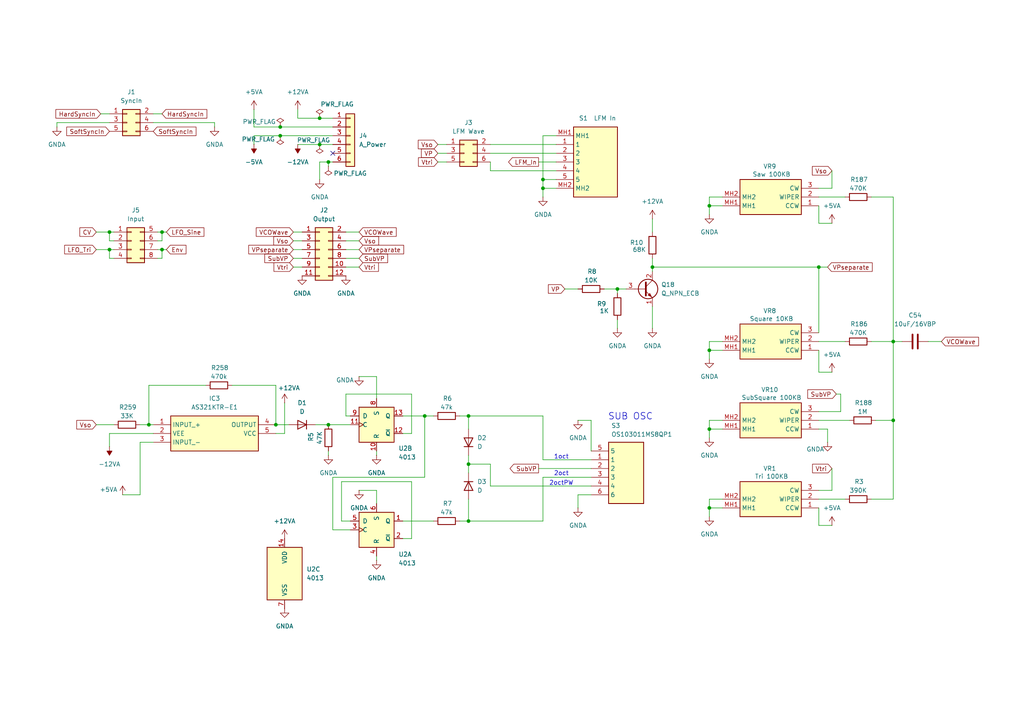
<source format=kicad_sch>
(kicad_sch (version 20250114) (generator "eeschema") (generator_version "9.0")
  (paper "A4")
  (lib_symbols
    (symbol "4xxx:4013" (pin_names (offset 1.016))
      (property "Reference" "U" (at -7.62 8.89 0))
      (property "Value" "4013" (at -7.62 -8.89 0))
      (symbol "4013_1_1"
        (pin input line (at -7.62 2.54 0) (length 2.54) (name "D") (number "5"))
        (pin input clock (at -7.62 0 0) (length 2.54) (name "C") (number "3"))
        (pin input line (at 0 7.62 270) (length 2.54) (name "S") (number "6"))
        (pin input line (at 0 -7.62 90) (length 2.54) (name "R") (number "4"))
        (pin output line (at 7.62 2.54 180) (length 2.54) (name "Q") (number "1"))
        (pin output line (at 7.62 -2.54 180) (length 2.54) (name "~{Q}") (number "2"))
      )
      (symbol "4013_2_1"
        (pin input line (at -7.62 2.54 0) (length 2.54) (name "D") (number "9"))
        (pin input clock (at -7.62 0 0) (length 2.54) (name "C") (number "11"))
        (pin input line (at 0 7.62 270) (length 2.54) (name "S") (number "8"))
        (pin input line (at 0 -7.62 90) (length 2.54) (name "R") (number "10"))
        (pin output line (at 7.62 2.54 180) (length 2.54) (name "Q") (number "13"))
        (pin output line (at 7.62 -2.54 180) (length 2.54) (name "~{Q}") (number "12"))
      )
      (symbol "4013_3_0"
        (pin power_in line (at 0 10.16 270) (length 2.54) (name "VDD") (number "14"))
        (pin power_in line (at 0 -10.16 90) (length 2.54) (name "VSS") (number "7"))
      )
    )
    (symbol "Connector_Generic:Conn_01x06" (pin_names (offset 1.016) (hide yes))
      (property "Reference" "J" (at 0 7.62 0))
      (property "Value" "Conn_01x06" (at 0 -10.16 0))
      (symbol "Conn_01x06_1_1"
        (pin passive line (at -5.08 5.08 0) (length 3.81) (name "Pin_1") (number "1"))
        (pin passive line (at -5.08 2.54 0) (length 3.81) (name "Pin_2") (number "2"))
        (pin passive line (at -5.08 0 0) (length 3.81) (name "Pin_3") (number "3"))
        (pin passive line (at -5.08 -2.54 0) (length 3.81) (name "Pin_4") (number "4"))
        (pin passive line (at -5.08 -5.08 0) (length 3.81) (name "Pin_5") (number "5"))
        (pin passive line (at -5.08 -7.62 0) (length 3.81) (name "Pin_6") (number "6"))
      )
    )
    (symbol "Connector_Generic:Conn_02x03_Odd_Even" (pin_names (offset 1.016) (hide yes))
      (property "Reference" "J" (at 1.27 5.08 0))
      (property "Value" "Conn_02x03_Odd_Even" (at 1.27 -5.08 0))
      (symbol "Conn_02x03_Odd_Even_1_1"
        (pin passive line (at -5.08 2.54 0) (length 3.81) (name "Pin_1") (number "1"))
        (pin passive line (at -5.08 0 0) (length 3.81) (name "Pin_3") (number "3"))
        (pin passive line (at -5.08 -2.54 0) (length 3.81) (name "Pin_5") (number "5"))
        (pin passive line (at 7.62 2.54 180) (length 3.81) (name "Pin_2") (number "2"))
        (pin passive line (at 7.62 0 180) (length 3.81) (name "Pin_4") (number "4"))
        (pin passive line (at 7.62 -2.54 180) (length 3.81) (name "Pin_6") (number "6"))
      )
    )
    (symbol "Connector_Generic:Conn_02x04_Top_Bottom" (pin_names (offset 1.016) (hide yes))
      (property "Reference" "J" (at 1.27 5.08 0))
      (property "Value" "Conn_02x04_Top_Bottom" (at 1.27 -7.62 0))
      (symbol "Conn_02x04_Top_Bottom_1_1"
        (pin passive line (at -5.08 2.54 0) (length 3.81) (name "Pin_1") (number "1"))
        (pin passive line (at -5.08 0 0) (length 3.81) (name "Pin_2") (number "2"))
        (pin passive line (at -5.08 -2.54 0) (length 3.81) (name "Pin_3") (number "3"))
        (pin passive line (at -5.08 -5.08 0) (length 3.81) (name "Pin_4") (number "4"))
        (pin passive line (at 7.62 2.54 180) (length 3.81) (name "Pin_5") (number "5"))
        (pin passive line (at 7.62 0 180) (length 3.81) (name "Pin_6") (number "6"))
        (pin passive line (at 7.62 -2.54 180) (length 3.81) (name "Pin_7") (number "7"))
        (pin passive line (at 7.62 -5.08 180) (length 3.81) (name "Pin_8") (number "8"))
      )
    )
    (symbol "Connector_Generic:Conn_02x06_Odd_Even" (pin_names (offset 1.016) (hide yes))
      (property "Reference" "J" (at 1.27 7.62 0))
      (property "Value" "Conn_02x06_Odd_Even" (at 1.27 -10.16 0))
      (symbol "Conn_02x06_Odd_Even_1_1"
        (pin passive line (at -5.08 5.08 0) (length 3.81) (name "Pin_1") (number "1"))
        (pin passive line (at -5.08 2.54 0) (length 3.81) (name "Pin_3") (number "3"))
        (pin passive line (at -5.08 0 0) (length 3.81) (name "Pin_5") (number "5"))
        (pin passive line (at -5.08 -2.54 0) (length 3.81) (name "Pin_7") (number "7"))
        (pin passive line (at -5.08 -5.08 0) (length 3.81) (name "Pin_9") (number "9"))
        (pin passive line (at -5.08 -7.62 0) (length 3.81) (name "Pin_11") (number "11"))
        (pin passive line (at 7.62 5.08 180) (length 3.81) (name "Pin_2") (number "2"))
        (pin passive line (at 7.62 2.54 180) (length 3.81) (name "Pin_4") (number "4"))
        (pin passive line (at 7.62 0 180) (length 3.81) (name "Pin_6") (number "6"))
        (pin passive line (at 7.62 -2.54 180) (length 3.81) (name "Pin_8") (number "8"))
        (pin passive line (at 7.62 -5.08 180) (length 3.81) (name "Pin_10") (number "10"))
        (pin passive line (at 7.62 -7.62 180) (length 3.81) (name "Pin_12") (number "12"))
      )
    )
    (symbol "Device:C" (pin_numbers (hide yes)) (pin_names (offset 0.254))
      (property "Reference" "C" (at 0.635 2.54 0))
      (property "Value" "C" (at 0.635 -2.54 0))
      (symbol "C_1_1"
        (pin passive line (at 0 3.81 270) (length 2.794) (name "~") (number "1"))
        (pin passive line (at 0 -3.81 90) (length 2.794) (name "~") (number "2"))
      )
    )
    (symbol "Device:D" (pin_numbers (hide yes)) (pin_names (offset 1.016) (hide yes))
      (property "Reference" "D" (at 0 2.54 0))
      (property "Value" "D" (at 0 -2.54 0))
      (symbol "D_1_1"
        (pin passive line (at -3.81 0 0) (length 2.54) (name "K") (number "1"))
        (pin passive line (at 3.81 0 180) (length 2.54) (name "A") (number "2"))
      )
    )
    (symbol "Device:R" (pin_numbers (hide yes)) (pin_names (offset 0))
      (property "Reference" "R" (at 2.032 0 90))
      (property "Value" "R" (at 0 0 90))
      (symbol "R_1_1"
        (pin passive line (at 0 3.81 270) (length 1.27) (name "~") (number "1"))
        (pin passive line (at 0 -3.81 90) (length 1.27) (name "~") (number "2"))
      )
    )
    (symbol "SamacSys_Parts:AS321KTR-E1"
      (property "Reference" "D" (at 31.75 7.62 0))
      (property "Value" "AS321KTR-E1" (at 31.75 5.08 0))
      (symbol "AS321KTR-E1_1_1"
        (pin passive line (at 0 0 0) (length 5.08) (name "INPUT_+") (number "1"))
        (pin passive line (at 0 -2.54 0) (length 5.08) (name "VEE") (number "2"))
        (pin passive line (at 0 -5.08 0) (length 5.08) (name "INPUT_-") (number "3"))
        (pin passive line (at 35.56 0 180) (length 5.08) (name "OUTPUT") (number "4"))
        (pin passive line (at 35.56 -2.54 180) (length 5.08) (name "VCC") (number "5"))
      )
    )
    (symbol "SamacSys_Parts:OS103011MS8QP1"
      (property "Reference" "S" (at 16.51 7.62 0))
      (property "Value" "OS103011MS8QP1" (at 16.51 5.08 0))
      (symbol "OS103011MS8QP1_1_1"
        (pin passive line (at 0 0 0) (length 5.08) (name "5") (number "5"))
        (pin passive line (at 0 -2.54 0) (length 5.08) (name "1") (number "1"))
        (pin passive line (at 0 -5.08 0) (length 5.08) (name "2") (number "2"))
        (pin passive line (at 0 -7.62 0) (length 5.08) (name "3") (number "3"))
        (pin passive line (at 0 -10.16 0) (length 5.08) (name "4") (number "4"))
        (pin passive line (at 0 -12.7 0) (length 5.08) (name "6") (number "6"))
      )
    )
    (symbol "SamacSys_Parts:RK09D117000B"
      (property "Reference" "VR" (at 24.13 7.62 0))
      (property "Value" "RK09D117000B" (at 24.13 5.08 0))
      (symbol "RK09D117000B_1_1"
        (pin passive line (at 0 0 0) (length 5.08) (name "CCW") (number "1"))
        (pin passive line (at 0 -2.54 0) (length 5.08) (name "WIPER") (number "2"))
        (pin passive line (at 0 -5.08 0) (length 5.08) (name "CW") (number "3"))
        (pin passive line (at 27.94 0 180) (length 5.08) (name "MH1") (number "MH1"))
        (pin passive line (at 27.94 -2.54 180) (length 5.08) (name "MH2") (number "MH2"))
      )
    )
    (symbol "SamacSys_Parts:SS14D0839VG5PA"
      (property "Reference" "S" (at 19.05 7.62 0))
      (property "Value" "SS14D0839VG5PA" (at 19.05 5.08 0))
      (symbol "SS14D0839VG5PA_1_1"
        (pin passive line (at 0 0 0) (length 5.08) (name "MH1") (number "MH1"))
        (pin passive line (at 0 -2.54 0) (length 5.08) (name "1") (number "1"))
        (pin passive line (at 0 -5.08 0) (length 5.08) (name "2") (number "2"))
        (pin passive line (at 0 -7.62 0) (length 5.08) (name "3") (number "3"))
        (pin passive line (at 0 -10.16 0) (length 5.08) (name "4") (number "4"))
        (pin passive line (at 0 -12.7 0) (length 5.08) (name "5") (number "5"))
        (pin passive line (at 0 -15.24 0) (length 5.08) (name "MH2") (number "MH2"))
      )
    )
    (symbol "Transistor_BJT:Q_NPN_ECB" (pin_names (offset 0) (hide yes))
      (property "Reference" "Q" (at 5.08 1.27 0))
      (property "Value" "Q_NPN_ECB" (at 5.08 -1.27 0))
      (symbol "Q_NPN_ECB_1_1"
        (pin input line (at -5.08 0 0) (length 2.54) (name "B") (number "3"))
        (pin passive line (at 2.54 5.08 270) (length 2.54) (name "C") (number "2"))
        (pin passive line (at 2.54 -5.08 90) (length 2.54) (name "E") (number "1"))
      )
    )
    (symbol "power:+12VA" (power) (pin_numbers (hide yes)) (pin_names (offset 0) (hide yes))
      (property "Value" "+12VA" (at 0 3.556 0))
      (symbol "+12VA_1_1"
        (pin power_in line (at 0 0 90) (length 0) (name "~") (number "1"))
      )
    )
    (symbol "power:+5VA" (power) (pin_numbers (hide yes)) (pin_names (offset 0) (hide yes))
      (property "Value" "+5VA" (at 0 3.556 0))
      (symbol "+5VA_1_1"
        (pin power_in line (at 0 0 90) (length 0) (name "~") (number "1"))
      )
    )
    (symbol "power:-12VA" (power) (pin_numbers (hide yes)) (pin_names (offset 0) (hide yes))
      (property "Value" "-12VA" (at 0 3.556 0))
      (symbol "-12VA_0_0"
        (pin power_in line (at 0 0 90) (length 0) (name "~") (number "1"))
      )
    )
    (symbol "power:-5VA" (power) (pin_numbers (hide yes)) (pin_names (offset 0) (hide yes))
      (property "Value" "-5VA" (at 0 3.556 0))
      (symbol "-5VA_0_0"
        (pin power_in line (at 0 0 90) (length 0) (name "~") (number "1"))
      )
    )
    (symbol "power:GNDA" (power) (pin_numbers (hide yes)) (pin_names (offset 0) (hide yes))
      (property "Value" "GNDA" (at 0 -3.81 0))
      (symbol "GNDA_1_1"
        (pin power_in line (at 0 0 270) (length 0) (name "~") (number "1"))
      )
    )
    (symbol "power:PWR_FLAG" (power) (pin_numbers (hide yes)) (pin_names (offset 0) (hide yes))
      (property "Value" "PWR_FLAG" (at 0 3.81 0))
      (symbol "PWR_FLAG_0_0"
        (pin power_out line (at 0 0 90) (length 0) (name "~") (number "1"))
      )
    )
  )
  (text "1oct" (at 162.814 132.588 0) (effects (font (size 1.27 1.27))))
  (text "2octPW" (at 162.814 140.208 0) (effects (font (size 1.27 1.27))))
  (text "SUB OSC" (at 182.88 120.904 0) (effects (font (size 1.905 1.905))))
  (text "2oct" (at 162.814 137.414 0) (effects (font (size 1.27 1.27))))
  (junction (at 135.89 134.62))
  (junction (at 205.74 124.46))
  (junction (at 46.99 67.31))
  (junction (at 259.08 121.92))
  (junction (at 135.89 120.65))
  (junction (at 92.71 34.29))
  (junction (at 95.25 123.19))
  (junction (at 205.74 101.6))
  (junction (at 157.48 52.07))
  (junction (at 81.28 39.37))
  (junction (at 205.74 59.69))
  (junction (at 43.18 123.19))
  (junction (at 189.23 77.47))
  (junction (at 31.75 67.31))
  (junction (at 135.89 151.13))
  (junction (at 95.25 46.99))
  (junction (at 179.07 83.82))
  (junction (at 205.74 147.32))
  (junction (at 157.48 54.61))
  (junction (at 80.01 123.19))
  (junction (at 31.75 72.39))
  (junction (at 81.28 36.83))
  (junction (at 259.08 99.06))
  (junction (at 123.19 120.65))
  (junction (at 237.49 77.47))
  (junction (at 92.71 41.91))
  (junction (at 46.99 72.39))
  (no_connect (at 96.52 44.45))
  (wire (pts (xy 92.71 41.91) (xy 96.52 41.91)))
  (wire (pts (xy 27.94 72.39) (xy 31.75 72.39)))
  (wire (pts (xy 135.89 120.65) (xy 135.89 124.46)))
  (wire (pts (xy 85.09 67.31) (xy 87.63 67.31)))
  (wire (pts (xy 209.55 144.78) (xy 205.74 144.78)))
  (wire (pts (xy 167.64 143.51) (xy 167.64 147.32)))
  (wire (pts (xy 142.24 140.97) (xy 142.24 134.62)))
  (wire (pts (xy 104.14 74.93) (xy 100.33 74.93)))
  (wire (pts (xy 85.09 69.85) (xy 87.63 69.85)))
  (wire (pts (xy 96.52 34.29) (xy 92.71 34.29)))
  (wire (pts (xy 46.99 33.02) (xy 44.45 33.02)))
  (wire (pts (xy 99.06 139.7) (xy 99.06 151.13)))
  (wire (pts (xy 40.64 128.27) (xy 44.45 128.27)))
  (wire (pts (xy 31.75 35.56) (xy 16.51 35.56)))
  (wire (pts (xy 205.74 99.06) (xy 205.74 101.6)))
  (wire (pts (xy 45.72 69.85) (xy 46.99 69.85)))
  (wire (pts (xy 46.99 69.85) (xy 46.99 67.31)))
  (wire (pts (xy 237.49 152.4) (xy 237.49 147.32)))
  (wire (pts (xy 119.38 156.21) (xy 119.38 139.7)))
  (wire (pts (xy 96.52 153.67) (xy 101.6 153.67)))
  (wire (pts (xy 95.25 123.19) (xy 101.6 123.19)))
  (wire (pts (xy 237.49 124.46) (xy 240.03 124.46)))
  (wire (pts (xy 86.36 34.29) (xy 86.36 31.75)))
  (wire (pts (xy 179.07 83.82) (xy 181.61 83.82)))
  (wire (pts (xy 243.84 114.3) (xy 242.57 114.3)))
  (wire (pts (xy 241.3 54.61) (xy 237.49 54.61)))
  (wire (pts (xy 142.24 49.53) (xy 161.29 49.53)))
  (wire (pts (xy 237.49 64.77) (xy 237.49 59.69)))
  (wire (pts (xy 157.48 54.61) (xy 157.48 57.15)))
  (wire (pts (xy 209.55 57.15) (xy 205.74 57.15)))
  (wire (pts (xy 119.38 139.7) (xy 99.06 139.7)))
  (wire (pts (xy 157.48 120.65) (xy 157.48 133.35)))
  (wire (pts (xy 209.55 59.69) (xy 205.74 59.69)))
  (wire (pts (xy 123.19 120.65) (xy 123.19 138.43)))
  (wire (pts (xy 96.52 138.43) (xy 96.52 153.67)))
  (wire (pts (xy 142.24 46.99) (xy 142.24 49.53)))
  (wire (pts (xy 237.49 99.06) (xy 245.11 99.06)))
  (wire (pts (xy 142.24 134.62) (xy 135.89 134.62)))
  (wire (pts (xy 96.52 46.99) (xy 95.25 46.99)))
  (wire (pts (xy 104.14 67.31) (xy 100.33 67.31)))
  (wire (pts (xy 31.75 72.39) (xy 33.02 72.39)))
  (wire (pts (xy 259.08 99.06) (xy 261.62 99.06)))
  (wire (pts (xy 157.48 52.07) (xy 157.48 54.61)))
  (wire (pts (xy 241.3 49.53) (xy 241.3 54.61)))
  (wire (pts (xy 237.49 144.78) (xy 245.11 144.78)))
  (wire (pts (xy 35.56 143.51) (xy 40.64 143.51)))
  (wire (pts (xy 252.73 144.78) (xy 259.08 144.78)))
  (wire (pts (xy 259.08 144.78) (xy 259.08 121.92)))
  (wire (pts (xy 109.22 161.29) (xy 109.22 162.56)))
  (wire (pts (xy 33.02 74.93) (xy 31.75 74.93)))
  (wire (pts (xy 209.55 147.32) (xy 205.74 147.32)))
  (wire (pts (xy 81.28 39.37) (xy 73.66 39.37)))
  (wire (pts (xy 80.01 123.19) (xy 83.82 123.19)))
  (wire (pts (xy 171.45 130.81) (xy 171.45 121.92)))
  (wire (pts (xy 156.21 46.99) (xy 161.29 46.99)))
  (wire (pts (xy 171.45 140.97) (xy 142.24 140.97)))
  (wire (pts (xy 91.44 123.19) (xy 95.25 123.19)))
  (wire (pts (xy 163.83 83.82) (xy 167.64 83.82)))
  (wire (pts (xy 205.74 57.15) (xy 205.74 59.69)))
  (wire (pts (xy 205.74 59.69) (xy 205.74 62.23)))
  (wire (pts (xy 43.18 123.19) (xy 43.18 111.76)))
  (wire (pts (xy 85.09 72.39) (xy 87.63 72.39)))
  (wire (pts (xy 189.23 74.93) (xy 189.23 77.47)))
  (wire (pts (xy 259.08 99.06) (xy 259.08 121.92)))
  (wire (pts (xy 252.73 99.06) (xy 259.08 99.06)))
  (wire (pts (xy 205.74 124.46) (xy 205.74 127)))
  (wire (pts (xy 157.48 39.37) (xy 157.48 52.07)))
  (wire (pts (xy 67.31 111.76) (xy 80.01 111.76)))
  (wire (pts (xy 175.26 83.82) (xy 179.07 83.82)))
  (wire (pts (xy 135.89 144.78) (xy 135.89 151.13)))
  (wire (pts (xy 243.84 119.38) (xy 243.84 114.3)))
  (wire (pts (xy 241.3 107.95) (xy 237.49 107.95)))
  (wire (pts (xy 100.33 120.65) (xy 101.6 120.65)))
  (wire (pts (xy 104.14 142.24) (xy 109.22 142.24)))
  (wire (pts (xy 80.01 111.76) (xy 80.01 123.19)))
  (wire (pts (xy 209.55 121.92) (xy 205.74 121.92)))
  (wire (pts (xy 171.45 143.51) (xy 167.64 143.51)))
  (wire (pts (xy 86.36 41.91) (xy 92.71 41.91)))
  (wire (pts (xy 104.14 72.39) (xy 100.33 72.39)))
  (wire (pts (xy 29.21 33.02) (xy 31.75 33.02)))
  (wire (pts (xy 95.25 130.81) (xy 95.25 132.08)))
  (wire (pts (xy 81.28 36.83) (xy 73.66 36.83)))
  (wire (pts (xy 209.55 101.6) (xy 205.74 101.6)))
  (wire (pts (xy 157.48 151.13) (xy 157.48 138.43)))
  (wire (pts (xy 157.48 138.43) (xy 171.45 138.43)))
  (wire (pts (xy 259.08 121.92) (xy 254 121.92)))
  (wire (pts (xy 133.35 120.65) (xy 135.89 120.65)))
  (wire (pts (xy 123.19 138.43) (xy 96.52 138.43)))
  (wire (pts (xy 92.71 46.99) (xy 92.71 52.07)))
  (wire (pts (xy 45.72 74.93) (xy 46.99 74.93)))
  (wire (pts (xy 157.48 133.35) (xy 171.45 133.35)))
  (wire (pts (xy 135.89 132.08) (xy 135.89 134.62)))
  (wire (pts (xy 142.24 44.45) (xy 161.29 44.45)))
  (wire (pts (xy 116.84 120.65) (xy 123.19 120.65)))
  (wire (pts (xy 104.14 69.85) (xy 100.33 69.85)))
  (wire (pts (xy 127 44.45) (xy 129.54 44.45)))
  (wire (pts (xy 189.23 77.47) (xy 189.23 78.74)))
  (wire (pts (xy 237.49 77.47) (xy 240.03 77.47)))
  (wire (pts (xy 109.22 142.24) (xy 109.22 146.05)))
  (wire (pts (xy 116.84 125.73) (xy 119.38 125.73)))
  (wire (pts (xy 259.08 57.15) (xy 259.08 99.06)))
  (wire (pts (xy 237.49 119.38) (xy 243.84 119.38)))
  (wire (pts (xy 237.49 96.52) (xy 237.49 77.47)))
  (wire (pts (xy 40.64 123.19) (xy 43.18 123.19)))
  (wire (pts (xy 179.07 83.82) (xy 179.07 85.09)))
  (wire (pts (xy 96.52 36.83) (xy 81.28 36.83)))
  (wire (pts (xy 31.75 67.31) (xy 33.02 67.31)))
  (wire (pts (xy 73.66 39.37) (xy 73.66 41.91)))
  (wire (pts (xy 44.45 125.73) (xy 31.75 125.73)))
  (wire (pts (xy 241.3 142.24) (xy 237.49 142.24)))
  (wire (pts (xy 82.55 116.84) (xy 82.55 125.73)))
  (wire (pts (xy 100.33 114.3) (xy 100.33 120.65)))
  (wire (pts (xy 252.73 57.15) (xy 259.08 57.15)))
  (wire (pts (xy 142.24 41.91) (xy 161.29 41.91)))
  (wire (pts (xy 43.18 123.19) (xy 44.45 123.19)))
  (wire (pts (xy 104.14 77.47) (xy 100.33 77.47)))
  (wire (pts (xy 237.49 121.92) (xy 246.38 121.92)))
  (wire (pts (xy 109.22 109.22) (xy 109.22 115.57)))
  (wire (pts (xy 209.55 99.06) (xy 205.74 99.06)))
  (wire (pts (xy 161.29 54.61) (xy 157.48 54.61)))
  (wire (pts (xy 179.07 92.71) (xy 179.07 95.25)))
  (wire (pts (xy 31.75 74.93) (xy 31.75 72.39)))
  (wire (pts (xy 116.84 151.13) (xy 125.73 151.13)))
  (wire (pts (xy 46.99 72.39) (xy 48.26 72.39)))
  (wire (pts (xy 171.45 121.92) (xy 167.64 121.92)))
  (wire (pts (xy 135.89 134.62) (xy 135.89 137.16)))
  (wire (pts (xy 43.18 111.76) (xy 59.69 111.76)))
  (wire (pts (xy 27.94 67.31) (xy 31.75 67.31)))
  (wire (pts (xy 127 46.99) (xy 129.54 46.99)))
  (wire (pts (xy 205.74 147.32) (xy 205.74 149.86)))
  (wire (pts (xy 237.49 57.15) (xy 245.11 57.15)))
  (wire (pts (xy 205.74 144.78) (xy 205.74 147.32)))
  (wire (pts (xy 135.89 151.13) (xy 133.35 151.13)))
  (wire (pts (xy 205.74 101.6) (xy 205.74 104.14)))
  (wire (pts (xy 46.99 67.31) (xy 48.26 67.31)))
  (wire (pts (xy 99.06 151.13) (xy 101.6 151.13)))
  (wire (pts (xy 40.64 143.51) (xy 40.64 128.27)))
  (wire (pts (xy 96.52 39.37) (xy 81.28 39.37)))
  (wire (pts (xy 156.21 135.89) (xy 171.45 135.89)))
  (wire (pts (xy 116.84 156.21) (xy 119.38 156.21)))
  (wire (pts (xy 109.22 130.81) (xy 109.22 132.08)))
  (wire (pts (xy 73.66 36.83) (xy 73.66 31.75)))
  (wire (pts (xy 82.55 125.73) (xy 80.01 125.73)))
  (wire (pts (xy 31.75 125.73) (xy 31.75 129.54)))
  (wire (pts (xy 241.3 64.77) (xy 237.49 64.77)))
  (wire (pts (xy 44.45 35.56) (xy 62.23 35.56)))
  (wire (pts (xy 119.38 125.73) (xy 119.38 114.3)))
  (wire (pts (xy 237.49 77.47) (xy 189.23 77.47)))
  (wire (pts (xy 46.99 74.93) (xy 46.99 72.39)))
  (wire (pts (xy 189.23 63.5) (xy 189.23 67.31)))
  (wire (pts (xy 161.29 39.37) (xy 157.48 39.37)))
  (wire (pts (xy 269.24 99.06) (xy 273.05 99.06)))
  (wire (pts (xy 241.3 152.4) (xy 237.49 152.4)))
  (wire (pts (xy 119.38 114.3) (xy 100.33 114.3)))
  (wire (pts (xy 205.74 121.92) (xy 205.74 124.46)))
  (wire (pts (xy 240.03 124.46) (xy 240.03 128.27)))
  (wire (pts (xy 95.25 46.99) (xy 92.71 46.99)))
  (wire (pts (xy 92.71 34.29) (xy 86.36 34.29)))
  (wire (pts (xy 123.19 120.65) (xy 125.73 120.65)))
  (wire (pts (xy 241.3 135.89) (xy 241.3 142.24)))
  (wire (pts (xy 237.49 107.95) (xy 237.49 101.6)))
  (wire (pts (xy 104.14 109.22) (xy 109.22 109.22)))
  (wire (pts (xy 189.23 88.9) (xy 189.23 95.25)))
  (wire (pts (xy 85.09 77.47) (xy 87.63 77.47)))
  (wire (pts (xy 27.94 123.19) (xy 33.02 123.19)))
  (wire (pts (xy 45.72 67.31) (xy 46.99 67.31)))
  (wire (pts (xy 127 41.91) (xy 129.54 41.91)))
  (wire (pts (xy 209.55 124.46) (xy 205.74 124.46)))
  (wire (pts (xy 85.09 74.93) (xy 87.63 74.93)))
  (wire (pts (xy 45.72 72.39) (xy 46.99 72.39)))
  (wire (pts (xy 31.75 69.85) (xy 31.75 67.31)))
  (wire (pts (xy 157.48 52.07) (xy 161.29 52.07)))
  (wire (pts (xy 135.89 151.13) (xy 157.48 151.13)))
  (wire (pts (xy 16.51 35.56) (xy 16.51 36.83)))
  (wire (pts (xy 135.89 120.65) (xy 157.48 120.65)))
  (wire (pts (xy 62.23 35.56) (xy 62.23 36.83)))
  (wire (pts (xy 95.25 48.26) (xy 95.25 46.99)))
  (wire (pts (xy 33.02 69.85) (xy 31.75 69.85)))
  (global_label "Vso" (shape input) (at 104.14 69.85 0) (property "Intersheetrefs" "${INTERSHEET_REFS}" (effects (hide yes))))
  (global_label "CV" (shape input) (at 27.94 67.31 180) (property "Intersheetrefs" "${INTERSHEET_REFS}" (effects (hide yes))))
  (global_label "VCOWave" (shape input) (at 85.09 67.31 180) (property "Intersheetrefs" "${INTERSHEET_REFS}" (effects (hide yes))))
  (global_label "SoftSyncIn" (shape input) (at 44.45 38.1 0) (property "Intersheetrefs" "${INTERSHEET_REFS}" (effects (hide yes))))
  (global_label "Vso" (shape input) (at 241.3 49.53 180) (property "Intersheetrefs" "${INTERSHEET_REFS}" (effects (hide yes))))
  (global_label "SubVP" (shape output) (at 156.21 135.89 180) (property "Intersheetrefs" "${INTERSHEET_REFS}" (effects (hide yes))))
  (global_label "VPseparate" (shape input) (at 240.03 77.47 0) (property "Intersheetrefs" "${INTERSHEET_REFS}" (effects (hide yes))))
  (global_label "Vso" (shape input) (at 85.09 69.85 180) (property "Intersheetrefs" "${INTERSHEET_REFS}" (effects (hide yes))))
  (global_label "VP" (shape input) (at 127 44.45 180) (property "Intersheetrefs" "${INTERSHEET_REFS}" (effects (hide yes))))
  (global_label "Vso" (shape input) (at 127 41.91 180) (property "Intersheetrefs" "${INTERSHEET_REFS}" (effects (hide yes))))
  (global_label "VP" (shape input) (at 163.83 83.82 180) (property "Intersheetrefs" "${INTERSHEET_REFS}" (effects (hide yes))))
  (global_label "Vtri" (shape input) (at 85.09 77.47 180) (property "Intersheetrefs" "${INTERSHEET_REFS}" (effects (hide yes))))
  (global_label "LFM_In" (shape output) (at 156.21 46.99 180) (property "Intersheetrefs" "${INTERSHEET_REFS}" (effects (hide yes))))
  (global_label "HardSyncIn" (shape input) (at 29.21 33.02 180) (property "Intersheetrefs" "${INTERSHEET_REFS}" (effects (hide yes))))
  (global_label "LFO_Sine" (shape input) (at 48.26 67.31 0) (property "Intersheetrefs" "${INTERSHEET_REFS}" (effects (hide yes))))
  (global_label "Env" (shape input) (at 48.26 72.39 0) (property "Intersheetrefs" "${INTERSHEET_REFS}" (effects (hide yes))))
  (global_label "HardSyncIn" (shape input) (at 46.99 33.02 0) (property "Intersheetrefs" "${INTERSHEET_REFS}" (effects (hide yes))))
  (global_label "Vtri" (shape input) (at 104.14 77.47 0) (property "Intersheetrefs" "${INTERSHEET_REFS}" (effects (hide yes))))
  (global_label "VCOWave" (shape input) (at 273.05 99.06 0) (property "Intersheetrefs" "${INTERSHEET_REFS}" (effects (hide yes))))
  (global_label "VCOWave" (shape input) (at 104.14 67.31 0) (property "Intersheetrefs" "${INTERSHEET_REFS}" (effects (hide yes))))
  (global_label "LFO_Tri" (shape input) (at 27.94 72.39 180) (property "Intersheetrefs" "${INTERSHEET_REFS}" (effects (hide yes))))
  (global_label "SubVP" (shape input) (at 104.14 74.93 0) (property "Intersheetrefs" "${INTERSHEET_REFS}" (effects (hide yes))))
  (global_label "SubVP" (shape input) (at 85.09 74.93 180) (property "Intersheetrefs" "${INTERSHEET_REFS}" (effects (hide yes))))
  (global_label "VPseparate" (shape input) (at 85.09 72.39 180) (property "Intersheetrefs" "${INTERSHEET_REFS}" (effects (hide yes))))
  (global_label "SubVP" (shape input) (at 242.57 114.3 180) (property "Intersheetrefs" "${INTERSHEET_REFS}" (effects (hide yes))))
  (global_label "VPseparate" (shape input) (at 104.14 72.39 0) (property "Intersheetrefs" "${INTERSHEET_REFS}" (effects (hide yes))))
  (global_label "Vtri" (shape input) (at 241.3 135.89 180) (property "Intersheetrefs" "${INTERSHEET_REFS}" (effects (hide yes))))
  (global_label "Vtri" (shape input) (at 127 46.99 180) (property "Intersheetrefs" "${INTERSHEET_REFS}" (effects (hide yes))))
  (global_label "Vso" (shape input) (at 27.94 123.19 180) (property "Intersheetrefs" "${INTERSHEET_REFS}" (effects (hide yes))))
  (global_label "SoftSyncIn" (shape input) (at 31.75 38.1 180) (property "Intersheetrefs" "${INTERSHEET_REFS}" (effects (hide yes))))
  (symbol (lib_id "power:-12VA") (at 31.75 129.54 180) (unit 1)
    (property "Reference" "#PWR015" (effects (hide yes)))
    (property "Value" "-12VA" (at 31.75 134.62 0))
    (property "Description" "Power symbol creates a global label with name \"-12VA\"" (effects (hide yes)))
  )
  (symbol (lib_id "SamacSys_Parts:RK09D117000B") (at 237.49 147.32 180) (unit 1)
    (property "Reference" "VR1" (at 223.266 135.89 0))
    (property "Value" "Tri 100KB" (at 223.774 138.176 0))
    (property "Footprint" "SamacSys_parts:RK09D117000B" (effects (hide yes)))
    (property "Datasheet" "https://tech.alpsalpine.com/prod/j/html/potentiometer/rotarypotentiometers/rk09k/rk09d117000b.html" (effects (hide yes)))
    (property "Description" "9-inch insulated shaft snap-in type RK09K/RK09D series" (effects (hide yes)))
    (property "Height" "30" (effects (hide yes)))
    (property "Manufacturer_Name" "ALPS Electric" (effects (hide yes)))
    (property "Manufacturer_Part_Number" "RK09D117000B" (effects (hide yes)))
    (property "Mouser Part Number" "688-RK09D117000B" (effects (hide yes)))
    (property "Mouser Price/Stock" "https://www.mouser.co.uk/ProductDetail/Alps-Alpine/RK09D117000B?qs=3cOf6TWd2rbc67829PEbEQ%3D%3D" (effects (hide yes)))
  )
  (symbol (lib_id "power:GNDA") (at 62.23 36.83 0) (unit 1)
    (property "Reference" "#PWR07" (effects (hide yes)))
    (property "Value" "GNDA" (at 62.23 41.91 0))
    (property "Description" "Power symbol creates a global label with name \"GNDA\" , analog ground" (effects (hide yes)))
  )
  (symbol (lib_id "Connector_Generic:Conn_02x06_Odd_Even") (at 92.71 72.39 0) (unit 1)
    (property "Reference" "J2" (at 93.98 60.96 0))
    (property "Value" "Output" (at 93.98 63.5 0))
    (property "Footprint" "Connector_PinSocket_2.54mm:PinSocket_2x06_P2.54mm_Vertical" (effects (hide yes)))
    (property "Description" "Generic connector, double row, 02x06, odd/even pin numbering scheme (row 1 odd numbers, row 2 even numbers), script generated (kicad-library-utils/schlib/autogen/connector/)" (effects (hide yes)))
  )
  (symbol (lib_id "Device:R") (at 179.07 88.9 180) (unit 1)
    (property "Reference" "R129" (at 174.498 88.138 0))
    (property "Value" "1K" (at 175.26 90.17 0))
    (property "Footprint" "Resistor_THT:R_Axial_DIN0207_L6.3mm_D2.5mm_P2.54mm_Vertical" (effects (hide yes)))
    (property "Description" "Resistor" (effects (hide yes)))
    (instances (project "analogSeparate" (path "" (reference "R9") (unit 1))) (project "analogSeparate" (path "" (reference "R129") (unit 1))))
  )
  (symbol (lib_id "power:GNDA") (at 205.74 62.23 0) (unit 1)
    (property "Reference" "#PWR055" (effects (hide yes)))
    (property "Value" "GNDA" (at 205.74 67.31 0))
    (property "Description" "Power symbol creates a global label with name \"GNDA\" , analog ground" (effects (hide yes)))
  )
  (symbol (lib_id "power:PWR_FLAG") (at 92.71 41.91 180) (unit 1)
    (property "Reference" "#FLG06" (effects (hide yes)))
    (property "Value" "PWR_FLAG" (at 90.932 40.64 0))
    (property "Description" "Special symbol for telling ERC where power comes from" (effects (hide yes)))
  )
  (symbol (lib_id "power:PWR_FLAG") (at 81.28 36.83 0) (unit 1)
    (property "Reference" "#FLG03" (effects (hide yes)))
    (property "Value" "PWR_FLAG" (at 75.184 35.306 0))
    (property "Description" "Special symbol for telling ERC where power comes from" (effects (hide yes)))
  )
  (symbol (lib_id "power:GNDA") (at 82.55 176.53 0) (unit 1)
    (property "Reference" "#PWR035" (effects (hide yes)))
    (property "Value" "GNDA" (at 82.55 181.61 0))
    (property "Description" "Power symbol creates a global label with name \"GNDA\" , analog ground" (effects (hide yes)))
  )
  (symbol (lib_id "power:GNDA") (at 205.74 127 0) (unit 1)
    (property "Reference" "#PWR057" (effects (hide yes)))
    (property "Value" "GNDA" (at 205.74 132.08 0))
    (property "Description" "Power symbol creates a global label with name \"GNDA\" , analog ground" (effects (hide yes)))
  )
  (symbol (lib_id "power:GNDA") (at 16.51 36.83 0) (unit 1)
    (property "Reference" "#PWR04" (effects (hide yes)))
    (property "Value" "GNDA" (at 16.51 41.91 0))
    (property "Description" "Power symbol creates a global label with name \"GNDA\" , analog ground" (effects (hide yes)))
  )
  (symbol (lib_id "Device:R") (at 129.54 151.13 90) (unit 1)
    (property "Reference" "R189" (at 129.794 146.05 90))
    (property "Value" "47k" (at 129.54 148.59 90))
    (property "Footprint" "Resistor_THT:R_Axial_DIN0207_L6.3mm_D2.5mm_P2.54mm_Vertical" (effects (hide yes)))
    (property "Description" "Resistor" (effects (hide yes)))
    (instances (project "analogSeparate" (path "" (reference "R7") (unit 1))) (project "analogSeparate" (path "" (reference "R189") (unit 1))))
  )
  (symbol (lib_id "SamacSys_Parts:AS321KTR-E1") (at 44.45 123.19 0) (unit 1)
    (property "Reference" "IC3" (at 62.23 115.57 0))
    (property "Value" "AS321KTR-E1" (at 62.23 118.11 0))
    (property "Footprint" "SamacSys_parts:SOT95P282X145-5N" (effects (hide yes)))
    (property "Datasheet" "https://www.diodes.com//assets/Datasheets/AS321.pdf" (effects (hide yes)))
    (property "Description" "Excellent Phase Margin: 60 deg.  Large Voltage Gain: 100dB (Typical)  Low Input Bias Current: 20nA (Typical)  Low Input Offset Voltage: 2mV (Typical)  Low Supply Current: 0.35mA at VCC = 5V  Wide Power Supply Voltage:  Single Supply: 3V to 36V  Dual Supplies: +/-1.5V to +/-18V  Wide Input Common Mode Voltage Range: 0V to VCC-1.5V  Lead-Free Packages: SOT25  Totally Lead-Free; RoHS Compliant (Notes 1 & 2)  Lead-Free Packages, Available in Green Molding Compound: SOT25  Totally Lead-F" (effects (hide yes)))
    (property "Height" "1.45" (effects (hide yes)))
    (property "Manufacturer_Name" "Diodes Incorporated" (effects (hide yes)))
    (property "Manufacturer_Part_Number" "AS321KTR-E1" (effects (hide yes)))
    (property "Mouser Part Number" "621-AS321KTR-E1" (effects (hide yes)))
    (property "Mouser Price/Stock" "https://www.mouser.co.uk/ProductDetail/Diodes-Incorporated/AS321KTR-E1?qs=5V6w%252Be2aIqbJH6DETpx4Lw%3D%3D" (effects (hide yes)))
    (property "Arrow Part Number" "AS321KTR-E1" (effects (hide yes)))
    (property "Arrow Price/Stock" "https://www.arrow.com/en/products/as321ktr-e1/diodes-incorporated?region=nac" (effects (hide yes)))
  )
  (symbol (lib_id "Device:D") (at 87.63 123.19 180) (unit 1)
    (property "Reference" "D28" (at 87.63 116.84 0))
    (property "Value" "D" (at 87.63 119.38 0))
    (property "Footprint" "Diode_THT:D_DO-15_P2.54mm_Vertical_AnodeUp" (effects (hide yes)))
    (property "Description" "Diode" (effects (hide yes)))
    (property "Sim.Device" "D" (effects (hide yes)))
    (property "Sim.Pins" "1=K 2=A" (effects (hide yes)))
    (instances (project "analogSeparate" (path "" (reference "D1") (unit 1))) (project "analogSeparate" (path "" (reference "D28") (unit 1))))
  )
  (symbol (lib_id "power:+5VA") (at 73.66 31.75 0) (unit 1)
    (property "Reference" "#PWR064" (effects (hide yes)))
    (property "Value" "+5VA" (at 73.66 26.67 0))
    (property "Description" "Power symbol creates a global label with name \"+5VA\"" (effects (hide yes)))
  )
  (symbol (lib_id "Connector_Generic:Conn_01x06") (at 101.6 39.37 0) (unit 1)
    (property "Reference" "J4" (at 104.14 39.3699 0) (effects (justify left)))
    (property "Value" "A_Power" (at 104.14 41.9099 0) (effects (justify left)))
    (property "Footprint" "Connector_PinHeader_2.54mm:PinHeader_1x06_P2.54mm_Vertical" (effects (hide yes)))
    (property "Description" "Generic connector, single row, 01x06, script generated (kicad-library-utils/schlib/autogen/connector/)" (effects (hide yes)))
  )
  (symbol (lib_id "Device:R") (at 248.92 144.78 90) (unit 1)
    (property "Reference" "R3" (at 249.174 139.7 90))
    (property "Value" "390K" (at 248.92 142.24 90))
    (property "Footprint" "Resistor_THT:R_Axial_DIN0207_L6.3mm_D2.5mm_P2.54mm_Vertical" (effects (hide yes)))
    (property "Description" "Resistor" (effects (hide yes)))
  )
  (symbol (lib_id "power:GNDA") (at 205.74 149.86 0) (unit 1)
    (property "Reference" "#PWR050" (effects (hide yes)))
    (property "Value" "GNDA" (at 205.74 154.94 0))
    (property "Description" "Power symbol creates a global label with name \"GNDA\" , analog ground" (effects (hide yes)))
  )
  (symbol (lib_id "power:+5VA") (at 241.3 107.95 0) (unit 1)
    (property "Reference" "#PWR063" (effects (hide yes)))
    (property "Value" "+5VA" (at 241.3 102.87 0))
    (property "Description" "Power symbol creates a global label with name \"+5VA\"" (effects (hide yes)))
  )
  (symbol (lib_id "4xxx:4013") (at 109.22 123.19 0) (unit 2)
    (property "Reference" "IC4" (at 115.57 130.048 0) (effects (justify left)))
    (property "Value" "4013" (at 115.57 132.588 0) (effects (justify left)))
    (property "Footprint" "Package_DIP:DIP-14_W7.62mm_LongPads" (effects (hide yes)))
    (property "Datasheet" "http://www.onsemi.com/pub/Collateral/MC14013B-D.PDF" (effects (hide yes)))
    (property "Description" "Dual D  FlipFlop, Set & reset" (effects (hide yes)))
    (instances (project "analogSeparate" (path "" (reference "U2") (unit 2))) (project "analogSeparate" (path "" (reference "IC4") (unit 2))))
  )
  (symbol (lib_id "power:GNDA") (at 167.64 121.92 0) (unit 1)
    (property "Reference" "#PWR042" (effects (hide yes)))
    (property "Value" "GNDA" (at 167.64 127 0))
    (property "Description" "Power symbol creates a global label with name \"GNDA\" , analog ground" (effects (hide yes)))
  )
  (symbol (lib_id "4xxx:4013") (at 82.55 166.37 0) (unit 3)
    (property "Reference" "IC4" (at 88.9 165.0999 0) (effects (justify left)))
    (property "Value" "4013" (at 88.9 167.6399 0) (effects (justify left)))
    (property "Footprint" "Package_DIP:DIP-14_W7.62mm_LongPads" (effects (hide yes)))
    (property "Datasheet" "http://www.onsemi.com/pub/Collateral/MC14013B-D.PDF" (effects (hide yes)))
    (property "Description" "Dual D  FlipFlop, Set & reset" (effects (hide yes)))
    (instances (project "analogSeparate" (path "" (reference "U2") (unit 3))) (project "analogSeparate" (path "" (reference "IC4") (unit 3))))
  )
  (symbol (lib_id "power:+5VA") (at 241.3 64.77 0) (unit 1)
    (property "Reference" "#PWR062" (effects (hide yes)))
    (property "Value" "+5VA" (at 241.3 59.69 0))
    (property "Description" "Power symbol creates a global label with name \"+5VA\"" (effects (hide yes)))
  )
  (symbol (lib_id "Device:R") (at 189.23 71.12 180) (unit 1)
    (property "Reference" "R124" (at 184.658 70.358 0))
    (property "Value" "68K" (at 185.42 72.39 0))
    (property "Footprint" "Resistor_THT:R_Axial_DIN0207_L6.3mm_D2.5mm_P2.54mm_Vertical" (effects (hide yes)))
    (property "Description" "Resistor" (effects (hide yes)))
    (instances (project "analogSeparate" (path "" (reference "R10") (unit 1))) (project "analogSeparate" (path "" (reference "R124") (unit 1))))
  )
  (symbol (lib_id "power:GNDA") (at 240.03 128.27 0) (unit 1)
    (property "Reference" "#PWR028" (effects (hide yes)))
    (property "Value" "GNDA" (at 236.474 130.302 0))
    (property "Description" "Power symbol creates a global label with name \"GNDA\" , analog ground" (effects (hide yes)))
  )
  (symbol (lib_id "power:GNDA") (at 157.48 57.15 0) (unit 1)
    (property "Reference" "#PWR049" (effects (hide yes)))
    (property "Value" "GNDA" (at 157.48 62.23 0))
    (property "Description" "Power symbol creates a global label with name \"GNDA\" , analog ground" (effects (hide yes)))
  )
  (symbol (lib_id "power:GNDA") (at 87.63 80.01 0) (unit 1)
    (property "Reference" "#PWR069" (effects (hide yes)))
    (property "Value" "GNDA" (at 87.63 85.09 0))
    (property "Description" "Power symbol creates a global label with name \"GNDA\" , analog ground" (effects (hide yes)))
  )
  (symbol (lib_id "power:+12VA") (at 86.36 31.75 0) (unit 1)
    (property "Reference" "#PWR066" (effects (hide yes)))
    (property "Value" "+12VA" (at 86.36 26.67 0))
    (property "Description" "Power symbol creates a global label with name \"+12VA\"" (effects (hide yes)))
  )
  (symbol (lib_id "Transistor_BJT:Q_NPN_ECB") (at 186.69 83.82 0) (unit 1)
    (property "Reference" "Q18" (at 191.77 82.5499 0) (effects (justify left)))
    (property "Value" "Q_NPN_ECB" (at 191.77 85.0899 0) (effects (justify left)))
    (property "Footprint" "Package_TO_SOT_THT:TO-92_HandSolder" (effects (hide yes)))
    (property "Description" "NPN transistor, emitter/collector/base" (effects (hide yes)))
  )
  (symbol (lib_id "Device:R") (at 95.25 127 180) (unit 1)
    (property "Reference" "R123" (at 90.17 126.746 90))
    (property "Value" "47K" (at 92.71 127 90))
    (property "Footprint" "Resistor_THT:R_Axial_DIN0207_L6.3mm_D2.5mm_P2.54mm_Vertical" (effects (hide yes)))
    (property "Description" "Resistor" (effects (hide yes)))
    (instances (project "analogSeparate" (path "" (reference "R5") (unit 1))) (project "analogSeparate" (path "" (reference "R123") (unit 1))))
  )
  (symbol (lib_id "power:-12VA") (at 86.36 41.91 180) (unit 1)
    (property "Reference" "#PWR067" (effects (hide yes)))
    (property "Value" "-12VA" (at 86.36 46.99 0))
    (property "Description" "Power symbol creates a global label with name \"-12VA\"" (effects (hide yes)))
  )
  (symbol (lib_id "power:GNDA") (at 189.23 95.25 0) (unit 1)
    (property "Reference" "#PWR045" (effects (hide yes)))
    (property "Value" "GNDA" (at 189.23 100.33 0))
    (property "Description" "Power symbol creates a global label with name \"GNDA\" , analog ground" (effects (hide yes)))
  )
  (symbol (lib_id "SamacSys_Parts:SS14D0839VG5PA") (at 161.29 39.37 0) (unit 1)
    (property "Reference" "S1" (at 167.894 34.29 0) (effects (justify left)))
    (property "Value" "LFM In" (at 172.212 34.29 0) (effects (justify left)))
    (property "Footprint" "SS14D0839VG5PA" (effects (hide yes)))
    (property "Datasheet" "https://componentsearchengine.com/Datasheets/1/SS14D0839VG5PA.pdf" (effects (hide yes)))
    (property "Description" "Slide Switches" (effects (hide yes)))
    (property "Height" "6.7" (effects (hide yes)))
    (property "Manufacturer_Name" "C & K COMPONENTS" (effects (hide yes)))
    (property "Manufacturer_Part_Number" "SS14D0839VG5PA" (effects (hide yes)))
    (property "Mouser Part Number" "611-SS-14D0839-VG5PA" (effects (hide yes)))
    (property "Mouser Price/Stock" "https://www.mouser.co.uk/ProductDetail/CK/SS14D0839VG5PA?qs=MLItCLRbWswItCuu%252BMrLYg%3D%3D" (effects (hide yes)))
  )
  (symbol (lib_id "power:-5VA") (at 73.66 41.91 180) (unit 1)
    (property "Reference" "#PWR065" (effects (hide yes)))
    (property "Value" "-5VA" (at 73.66 46.99 0))
    (property "Description" "Power symbol creates a global label with name \"-5VA\"" (effects (hide yes)))
  )
  (symbol (lib_id "Device:R") (at 250.19 121.92 90) (unit 1)
    (property "Reference" "R188" (at 250.444 116.84 90))
    (property "Value" "1M" (at 250.19 119.38 90))
    (property "Footprint" "Resistor_THT:R_Axial_DIN0207_L6.3mm_D2.5mm_P2.54mm_Vertical" (effects (hide yes)))
    (property "Description" "Resistor" (effects (hide yes)))
  )
  (symbol (lib_id "power:GNDA") (at 205.74 104.14 0) (unit 1)
    (property "Reference" "#PWR056" (effects (hide yes)))
    (property "Value" "GNDA" (at 205.74 109.22 0))
    (property "Description" "Power symbol creates a global label with name \"GNDA\" , analog ground" (effects (hide yes)))
  )
  (symbol (lib_id "power:GNDA") (at 167.64 147.32 0) (unit 1)
    (property "Reference" "#PWR043" (effects (hide yes)))
    (property "Value" "GNDA" (at 167.64 152.4 0))
    (property "Description" "Power symbol creates a global label with name \"GNDA\" , analog ground" (effects (hide yes)))
  )
  (symbol (lib_id "Device:R") (at 248.92 57.15 90) (unit 1)
    (property "Reference" "R187" (at 249.174 52.07 90))
    (property "Value" "470K" (at 248.92 54.61 90))
    (property "Footprint" "Resistor_THT:R_Axial_DIN0207_L6.3mm_D2.5mm_P2.54mm_Vertical" (effects (hide yes)))
    (property "Description" "Resistor" (effects (hide yes)))
  )
  (symbol (lib_id "Connector_Generic:Conn_02x03_Odd_Even") (at 36.83 35.56 0) (unit 1)
    (property "Reference" "J1" (at 38.1 26.67 0))
    (property "Value" "SyncIn" (at 38.1 29.21 0))
    (property "Footprint" "Connector_PinSocket_2.54mm:PinSocket_2x03_P2.54mm_Vertical" (effects (hide yes)))
    (property "Description" "Generic connector, double row, 02x03, odd/even pin numbering scheme (row 1 odd numbers, row 2 even numbers), script generated (kicad-library-utils/schlib/autogen/connector/)" (effects (hide yes)))
  )
  (symbol (lib_id "power:GNDA") (at 109.22 162.56 0) (unit 1)
    (property "Reference" "#PWR037" (effects (hide yes)))
    (property "Value" "GNDA" (at 109.22 167.64 0))
    (property "Description" "Power symbol creates a global label with name \"GNDA\" , analog ground" (effects (hide yes)))
  )
  (symbol (lib_id "Device:R") (at 248.92 99.06 90) (unit 1)
    (property "Reference" "R186" (at 249.174 93.98 90))
    (property "Value" "470K" (at 248.92 96.52 90))
    (property "Footprint" "Resistor_THT:R_Axial_DIN0207_L6.3mm_D2.5mm_P2.54mm_Vertical" (effects (hide yes)))
    (property "Description" "Resistor" (effects (hide yes)))
  )
  (symbol (lib_id "Device:D") (at 135.89 140.97 270) (unit 1)
    (property "Reference" "D31" (at 138.43 139.6999 90) (effects (justify left)))
    (property "Value" "D" (at 138.43 142.2399 90) (effects (justify left)))
    (property "Footprint" "Diode_THT:D_DO-15_P2.54mm_Vertical_AnodeUp" (effects (hide yes)))
    (property "Description" "Diode" (effects (hide yes)))
    (property "Sim.Device" "D" (effects (hide yes)))
    (property "Sim.Pins" "1=K 2=A" (effects (hide yes)))
    (instances (project "analogSeparate" (path "" (reference "D3") (unit 1))) (project "analogSeparate" (path "" (reference "D31") (unit 1))))
  )
  (symbol (lib_id "power:GNDA") (at 95.25 132.08 0) (unit 1)
    (property "Reference" "#PWR038" (effects (hide yes)))
    (property "Value" "GNDA" (at 95.25 137.16 0))
    (property "Description" "Power symbol creates a global label with name \"GNDA\" , analog ground" (effects (hide yes)))
  )
  (symbol (lib_id "power:GNDA") (at 100.33 80.01 0) (unit 1)
    (property "Reference" "#PWR08" (effects (hide yes)))
    (property "Value" "GNDA" (at 100.33 85.09 0))
    (property "Description" "Power symbol creates a global label with name \"GNDA\" , analog ground" (effects (hide yes)))
  )
  (symbol (lib_id "Connector_Generic:Conn_02x03_Odd_Even") (at 134.62 44.45 0) (unit 1)
    (property "Reference" "J3" (at 135.89 35.56 0))
    (property "Value" "LFM Wave" (at 135.89 38.1 0))
    (property "Footprint" "Connector_PinSocket_2.54mm:PinSocket_2x03_P2.54mm_Vertical" (effects (hide yes)))
    (property "Description" "Generic connector, double row, 02x03, odd/even pin numbering scheme (row 1 odd numbers, row 2 even numbers), script generated (kicad-library-utils/schlib/autogen/connector/)" (effects (hide yes)))
  )
  (symbol (lib_id "power:GNDA") (at 109.22 132.08 0) (unit 1)
    (property "Reference" "#PWR041" (effects (hide yes)))
    (property "Value" "GNDA" (at 109.22 137.16 0))
    (property "Description" "Power symbol creates a global label with name \"GNDA\" , analog ground" (effects (hide yes)))
  )
  (symbol (lib_id "power:+12VA") (at 82.55 116.84 0) (unit 1)
    (property "Reference" "#PWR016" (effects (hide yes)))
    (property "Value" "+12VA" (at 83.82 112.522 0))
    (property "Description" "Power symbol creates a global label with name \"+12VA\"" (effects (hide yes)))
  )
  (symbol (lib_id "Device:C") (at 265.43 99.06 90) (unit 1)
    (property "Reference" "C54" (at 265.43 91.44 90))
    (property "Value" "10uF/16VBP" (at 265.43 93.98 90))
    (property "Footprint" "Capacitor_THT:C_Radial_D6.3mm_H7.0mm_P2.50mm" (effects (hide yes)))
    (property "Description" "Unpolarized capacitor" (effects (hide yes)))
  )
  (symbol (lib_id "power:PWR_FLAG") (at 92.71 34.29 0) (unit 1)
    (property "Reference" "#FLG05" (effects (hide yes)))
    (property "Value" "PWR_FLAG" (at 97.79 30.226 0))
    (property "Description" "Special symbol for telling ERC where power comes from" (effects (hide yes)))
  )
  (symbol (lib_id "power:+5VA") (at 35.56 143.51 0) (unit 1)
    (property "Reference" "#PWR058" (effects (hide yes)))
    (property "Value" "+5VA" (at 31.496 141.986 0))
    (property "Description" "Power symbol creates a global label with name \"+5VA\"" (effects (hide yes)))
  )
  (symbol (lib_id "Connector_Generic:Conn_02x04_Top_Bottom") (at 38.1 69.85 0) (unit 1)
    (property "Reference" "J5" (at 39.37 60.96 0))
    (property "Value" "Input" (at 39.37 63.5 0))
    (property "Footprint" "Connector_PinSocket_2.54mm:PinSocket_2x04_P2.54mm_Vertical" (effects (hide yes)))
    (property "Description" "Generic connector, double row, 02x04, top/bottom pin numbering scheme (row 1: 1...pins_per_row, row2: pins_per_row+1 ... num_pins), script generated (kicad-library-utils/schlib/autogen/connector/)" (effects (hide yes)))
  )
  (symbol (lib_id "SamacSys_Parts:OS103011MS8QP1") (at 171.45 130.81 0) (unit 1)
    (property "Reference" "S3" (at 177.292 123.444 0) (effects (justify left)))
    (property "Value" "OS103011MS8QP1" (at 177.292 125.984 0) (effects (justify left)))
    (property "Footprint" "SamacSys_parts:OS103011MS8QP1" (effects (hide yes)))
    (property "Datasheet" "https://www.ckswitches.com/media/1428/os.pdf" (effects (hide yes)))
    (property "Description" "C & K COMPONENTS - OS103011MS8QP1 - SWITCH, SP3T, 0.1A, 12VDC, PCB, ON-ON-ON" (effects (hide yes)))
    (property "Height" "8" (effects (hide yes)))
    (property "Manufacturer_Name" "C & K COMPONENTS" (effects (hide yes)))
    (property "Manufacturer_Part_Number" "OS103011MS8QP1" (effects (hide yes)))
    (property "Mouser Part Number" "611-OS103011MS8QP1" (effects (hide yes)))
    (property "Mouser Price/Stock" "https://www.mouser.co.uk/ProductDetail/CK/OS103011MS8QP1?qs=86ySKn7Oc5W2%252Bzm5uDBfBA%3D%3D" (effects (hide yes)))
    (property "Arrow Part Number" "OS103011MS8QP1" (effects (hide yes)))
    (property "Arrow Price/Stock" "https://www.arrow.com/en/products/os103011ms8qp1/ck?region=europe" (effects (hide yes)))
  )
  (symbol (lib_id "power:+12VA") (at 189.23 63.5 0) (unit 1)
    (property "Reference" "#PWR046" (effects (hide yes)))
    (property "Value" "+12VA" (at 189.23 58.42 0))
    (property "Description" "Power symbol creates a global label with name \"+12VA\"" (effects (hide yes)))
  )
  (symbol (lib_id "power:GNDA") (at 92.71 52.07 0) (unit 1)
    (property "Reference" "#PWR068" (effects (hide yes)))
    (property "Value" "GNDA" (at 92.71 57.15 0))
    (property "Description" "Power symbol creates a global label with name \"GNDA\" , analog ground" (effects (hide yes)))
  )
  (symbol (lib_id "Device:R") (at 63.5 111.76 90) (unit 1)
    (property "Reference" "R258" (at 63.754 106.68 90))
    (property "Value" "470k" (at 63.5 109.22 90))
    (property "Footprint" "Resistor_THT:R_Axial_DIN0207_L6.3mm_D2.5mm_P2.54mm_Vertical" (effects (hide yes)))
    (property "Description" "Resistor" (effects (hide yes)))
  )
  (symbol (lib_id "power:PWR_FLAG") (at 81.28 39.37 180) (unit 1)
    (property "Reference" "#FLG04" (effects (hide yes)))
    (property "Value" "PWR_FLAG" (at 74.93 40.386 0))
    (property "Description" "Special symbol for telling ERC where power comes from" (effects (hide yes)))
  )
  (symbol (lib_id "Device:R") (at 129.54 120.65 90) (unit 1)
    (property "Reference" "R190" (at 129.794 115.57 90))
    (property "Value" "47k" (at 129.54 118.11 90))
    (property "Footprint" "Resistor_THT:R_Axial_DIN0207_L6.3mm_D2.5mm_P2.54mm_Vertical" (effects (hide yes)))
    (property "Description" "Resistor" (effects (hide yes)))
    (instances (project "analogSeparate" (path "" (reference "R6") (unit 1))) (project "analogSeparate" (path "" (reference "R190") (unit 1))))
  )
  (symbol (lib_id "SamacSys_Parts:RK09D117000B") (at 237.49 101.6 180) (unit 1)
    (property "Reference" "VR8" (at 223.266 90.17 0))
    (property "Value" "Square 10KB" (at 223.774 92.456 0))
    (property "Footprint" "SamacSys_parts:RK09D117000B" (effects (hide yes)))
    (property "Datasheet" "https://tech.alpsalpine.com/prod/j/html/potentiometer/rotarypotentiometers/rk09k/rk09d117000b.html" (effects (hide yes)))
    (property "Description" "9-inch insulated shaft snap-in type RK09K/RK09D series" (effects (hide yes)))
    (property "Height" "30" (effects (hide yes)))
    (property "Manufacturer_Name" "ALPS Electric" (effects (hide yes)))
    (property "Manufacturer_Part_Number" "RK09D117000B" (effects (hide yes)))
    (property "Mouser Part Number" "688-RK09D117000B" (effects (hide yes)))
    (property "Mouser Price/Stock" "https://www.mouser.co.uk/ProductDetail/Alps-Alpine/RK09D117000B?qs=3cOf6TWd2rbc67829PEbEQ%3D%3D" (effects (hide yes)))
  )
  (symbol (lib_id "4xxx:4013") (at 109.22 153.67 0) (unit 1)
    (property "Reference" "IC4" (at 115.57 160.782 0) (effects (justify left)))
    (property "Value" "4013" (at 115.57 163.322 0) (effects (justify left)))
    (property "Footprint" "Package_DIP:DIP-14_W7.62mm_LongPads" (effects (hide yes)))
    (property "Datasheet" "http://www.onsemi.com/pub/Collateral/MC14013B-D.PDF" (effects (hide yes)))
    (property "Description" "Dual D  FlipFlop, Set & reset" (effects (hide yes)))
    (instances (project "analogSeparate" (path "" (reference "U2") (unit 1))) (project "analogSeparate" (path "" (reference "IC4") (unit 1))))
  )
  (symbol (lib_id "power:+5VA") (at 241.3 152.4 0) (unit 1)
    (property "Reference" "#PWR051" (effects (hide yes)))
    (property "Value" "+5VA" (at 241.3 147.32 0))
    (property "Description" "Power symbol creates a global label with name \"+5VA\"" (effects (hide yes)))
  )
  (symbol (lib_id "power:PWR_FLAG") (at 95.25 48.26 180) (unit 1)
    (property "Reference" "#FLG07" (effects (hide yes)))
    (property "Value" "PWR_FLAG" (at 101.6 50.292 0))
    (property "Description" "Special symbol for telling ERC where power comes from" (effects (hide yes)))
  )
  (symbol (lib_id "Device:R") (at 171.45 83.82 90) (unit 1)
    (property "Reference" "R128" (at 171.704 78.74 90))
    (property "Value" "10K" (at 171.45 81.28 90))
    (property "Footprint" "Resistor_THT:R_Axial_DIN0207_L6.3mm_D2.5mm_P2.54mm_Vertical" (effects (hide yes)))
    (property "Description" "Resistor" (effects (hide yes)))
    (instances (project "analogSeparate" (path "" (reference "R8") (unit 1))) (project "analogSeparate" (path "" (reference "R128") (unit 1))))
  )
  (symbol (lib_id "SamacSys_Parts:RK09D117000B") (at 237.49 124.46 180) (unit 1)
    (property "Reference" "VR10" (at 223.266 113.03 0))
    (property "Value" "SubSquare 100KB" (at 223.774 115.316 0))
    (property "Footprint" "SamacSys_parts:RK09D117000B" (effects (hide yes)))
    (property "Datasheet" "https://tech.alpsalpine.com/prod/j/html/potentiometer/rotarypotentiometers/rk09k/rk09d117000b.html" (effects (hide yes)))
    (property "Description" "9-inch insulated shaft snap-in type RK09K/RK09D series" (effects (hide yes)))
    (property "Height" "30" (effects (hide yes)))
    (property "Manufacturer_Name" "ALPS Electric" (effects (hide yes)))
    (property "Manufacturer_Part_Number" "RK09D117000B" (effects (hide yes)))
    (property "Mouser Part Number" "688-RK09D117000B" (effects (hide yes)))
    (property "Mouser Price/Stock" "https://www.mouser.co.uk/ProductDetail/Alps-Alpine/RK09D117000B?qs=3cOf6TWd2rbc67829PEbEQ%3D%3D" (effects (hide yes)))
  )
  (symbol (lib_id "power:+12VA") (at 82.55 156.21 0) (unit 1)
    (property "Reference" "#PWR034" (effects (hide yes)))
    (property "Value" "+12VA" (at 82.55 151.13 0))
    (property "Description" "Power symbol creates a global label with name \"+12VA\"" (effects (hide yes)))
  )
  (symbol (lib_id "Device:R") (at 36.83 123.19 90) (unit 1)
    (property "Reference" "R259" (at 37.084 118.11 90))
    (property "Value" "33K" (at 36.83 120.65 90))
    (property "Footprint" "Resistor_THT:R_Axial_DIN0207_L6.3mm_D2.5mm_P2.54mm_Vertical" (effects (hide yes)))
    (property "Description" "Resistor" (effects (hide yes)))
  )
  (symbol (lib_id "power:GNDA") (at 104.14 142.24 0) (unit 1)
    (property "Reference" "#PWR040" (effects (hide yes)))
    (property "Value" "GNDA" (at 104.14 147.32 0))
    (property "Description" "Power symbol creates a global label with name \"GNDA\" , analog ground" (effects (hide yes)))
  )
  (symbol (lib_id "power:GNDA") (at 179.07 95.25 0) (unit 1)
    (property "Reference" "#PWR044" (effects (hide yes)))
    (property "Value" "GNDA" (at 179.07 100.33 0))
    (property "Description" "Power symbol creates a global label with name \"GNDA\" , analog ground" (effects (hide yes)))
  )
  (symbol (lib_id "SamacSys_Parts:RK09D117000B") (at 237.49 59.69 180) (unit 1)
    (property "Reference" "VR9" (at 223.266 48.26 0))
    (property "Value" "Saw 100KB" (at 223.774 50.546 0))
    (property "Footprint" "SamacSys_parts:RK09D117000B" (effects (hide yes)))
    (property "Datasheet" "https://tech.alpsalpine.com/prod/j/html/potentiometer/rotarypotentiometers/rk09k/rk09d117000b.html" (effects (hide yes)))
    (property "Description" "9-inch insulated shaft snap-in type RK09K/RK09D series" (effects (hide yes)))
    (property "Height" "30" (effects (hide yes)))
    (property "Manufacturer_Name" "ALPS Electric" (effects (hide yes)))
    (property "Manufacturer_Part_Number" "RK09D117000B" (effects (hide yes)))
    (property "Mouser Part Number" "688-RK09D117000B" (effects (hide yes)))
    (property "Mouser Price/Stock" "https://www.mouser.co.uk/ProductDetail/Alps-Alpine/RK09D117000B?qs=3cOf6TWd2rbc67829PEbEQ%3D%3D" (effects (hide yes)))
  )
  (symbol (lib_id "Device:D") (at 135.89 128.27 90) (unit 1)
    (property "Reference" "D32" (at 138.43 126.9999 90) (effects (justify right)))
    (property "Value" "D" (at 138.43 129.5399 90) (effects (justify right)))
    (property "Footprint" "Diode_THT:D_DO-15_P2.54mm_Vertical_AnodeUp" (effects (hide yes)))
    (property "Description" "Diode" (effects (hide yes)))
    (property "Sim.Device" "D" (effects (hide yes)))
    (property "Sim.Pins" "1=K 2=A" (effects (hide yes)))
    (instances (project "analogSeparate" (path "" (reference "D2") (unit 1))) (project "analogSeparate" (path "" (reference "D32") (unit 1))))
  )
  (symbol (lib_id "power:GNDA") (at 104.14 109.22 0) (unit 1)
    (property "Reference" "#PWR039" (effects (hide yes)))
    (property "Value" "GNDA" (at 100.076 110.236 0))
    (property "Description" "Power symbol creates a global label with name \"GNDA\" , analog ground" (effects (hide yes)))
  )
)
</source>
